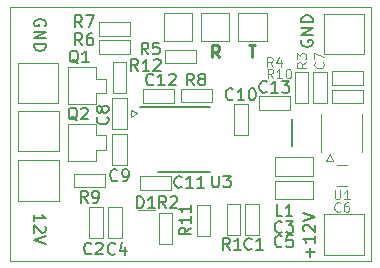
<source format=gbr>
%TF.GenerationSoftware,KiCad,Pcbnew,(7.0.0)*%
%TF.CreationDate,2023-02-17T23:27:00-08:00*%
%TF.ProjectId,seatalk_wifi,73656174-616c-46b5-9f77-6966692e6b69,rev?*%
%TF.SameCoordinates,Original*%
%TF.FileFunction,Legend,Top*%
%TF.FilePolarity,Positive*%
%FSLAX46Y46*%
G04 Gerber Fmt 4.6, Leading zero omitted, Abs format (unit mm)*
G04 Created by KiCad (PCBNEW (7.0.0)) date 2023-02-17 23:27:00*
%MOMM*%
%LPD*%
G01*
G04 APERTURE LIST*
%ADD10C,0.120000*%
%ADD11C,0.150000*%
%ADD12C,0.250000*%
%ADD13C,0.200000*%
G04 APERTURE END LIST*
D10*
X123200000Y-110750000D02*
X123200000Y-89250000D01*
X153750000Y-110750000D02*
X123200000Y-110750000D01*
X153750000Y-89250000D02*
X153750000Y-110750000D01*
X123200000Y-89250000D02*
X153750000Y-89250000D01*
D11*
X125235619Y-107407152D02*
X125235619Y-106835724D01*
X125235619Y-107121438D02*
X126235619Y-107121438D01*
X126235619Y-107121438D02*
X126092761Y-107026200D01*
X126092761Y-107026200D02*
X125997523Y-106930962D01*
X125997523Y-106930962D02*
X125949904Y-106835724D01*
X126140380Y-107788105D02*
X126188000Y-107835724D01*
X126188000Y-107835724D02*
X126235619Y-107930962D01*
X126235619Y-107930962D02*
X126235619Y-108169057D01*
X126235619Y-108169057D02*
X126188000Y-108264295D01*
X126188000Y-108264295D02*
X126140380Y-108311914D01*
X126140380Y-108311914D02*
X126045142Y-108359533D01*
X126045142Y-108359533D02*
X125949904Y-108359533D01*
X125949904Y-108359533D02*
X125807047Y-108311914D01*
X125807047Y-108311914D02*
X125235619Y-107740486D01*
X125235619Y-107740486D02*
X125235619Y-108359533D01*
X126235619Y-108645248D02*
X125235619Y-108978581D01*
X125235619Y-108978581D02*
X126235619Y-109311914D01*
X147915000Y-92061904D02*
X147867380Y-92157142D01*
X147867380Y-92157142D02*
X147867380Y-92299999D01*
X147867380Y-92299999D02*
X147915000Y-92442856D01*
X147915000Y-92442856D02*
X148010238Y-92538094D01*
X148010238Y-92538094D02*
X148105476Y-92585713D01*
X148105476Y-92585713D02*
X148295952Y-92633332D01*
X148295952Y-92633332D02*
X148438809Y-92633332D01*
X148438809Y-92633332D02*
X148629285Y-92585713D01*
X148629285Y-92585713D02*
X148724523Y-92538094D01*
X148724523Y-92538094D02*
X148819761Y-92442856D01*
X148819761Y-92442856D02*
X148867380Y-92299999D01*
X148867380Y-92299999D02*
X148867380Y-92204761D01*
X148867380Y-92204761D02*
X148819761Y-92061904D01*
X148819761Y-92061904D02*
X148772142Y-92014285D01*
X148772142Y-92014285D02*
X148438809Y-92014285D01*
X148438809Y-92014285D02*
X148438809Y-92204761D01*
X148867380Y-91585713D02*
X147867380Y-91585713D01*
X147867380Y-91585713D02*
X148867380Y-91014285D01*
X148867380Y-91014285D02*
X147867380Y-91014285D01*
X148867380Y-90538094D02*
X147867380Y-90538094D01*
X147867380Y-90538094D02*
X147867380Y-90299999D01*
X147867380Y-90299999D02*
X147915000Y-90157142D01*
X147915000Y-90157142D02*
X148010238Y-90061904D01*
X148010238Y-90061904D02*
X148105476Y-90014285D01*
X148105476Y-90014285D02*
X148295952Y-89966666D01*
X148295952Y-89966666D02*
X148438809Y-89966666D01*
X148438809Y-89966666D02*
X148629285Y-90014285D01*
X148629285Y-90014285D02*
X148724523Y-90061904D01*
X148724523Y-90061904D02*
X148819761Y-90157142D01*
X148819761Y-90157142D02*
X148867380Y-90299999D01*
X148867380Y-90299999D02*
X148867380Y-90538094D01*
D12*
X143424286Y-92497380D02*
X143995714Y-92497380D01*
X143710000Y-93497380D02*
X143710000Y-92497380D01*
D11*
X126213400Y-90855895D02*
X126261019Y-90760657D01*
X126261019Y-90760657D02*
X126261019Y-90617800D01*
X126261019Y-90617800D02*
X126213400Y-90474943D01*
X126213400Y-90474943D02*
X126118161Y-90379705D01*
X126118161Y-90379705D02*
X126022923Y-90332086D01*
X126022923Y-90332086D02*
X125832447Y-90284467D01*
X125832447Y-90284467D02*
X125689590Y-90284467D01*
X125689590Y-90284467D02*
X125499114Y-90332086D01*
X125499114Y-90332086D02*
X125403876Y-90379705D01*
X125403876Y-90379705D02*
X125308638Y-90474943D01*
X125308638Y-90474943D02*
X125261019Y-90617800D01*
X125261019Y-90617800D02*
X125261019Y-90713038D01*
X125261019Y-90713038D02*
X125308638Y-90855895D01*
X125308638Y-90855895D02*
X125356257Y-90903514D01*
X125356257Y-90903514D02*
X125689590Y-90903514D01*
X125689590Y-90903514D02*
X125689590Y-90713038D01*
X125261019Y-91332086D02*
X126261019Y-91332086D01*
X126261019Y-91332086D02*
X125261019Y-91903514D01*
X125261019Y-91903514D02*
X126261019Y-91903514D01*
X125261019Y-92379705D02*
X126261019Y-92379705D01*
X126261019Y-92379705D02*
X126261019Y-92617800D01*
X126261019Y-92617800D02*
X126213400Y-92760657D01*
X126213400Y-92760657D02*
X126118161Y-92855895D01*
X126118161Y-92855895D02*
X126022923Y-92903514D01*
X126022923Y-92903514D02*
X125832447Y-92951133D01*
X125832447Y-92951133D02*
X125689590Y-92951133D01*
X125689590Y-92951133D02*
X125499114Y-92903514D01*
X125499114Y-92903514D02*
X125403876Y-92855895D01*
X125403876Y-92855895D02*
X125308638Y-92760657D01*
X125308638Y-92760657D02*
X125261019Y-92617800D01*
X125261019Y-92617800D02*
X125261019Y-92379705D01*
D12*
X140920723Y-93497380D02*
X140587390Y-93021190D01*
X140349295Y-93497380D02*
X140349295Y-92497380D01*
X140349295Y-92497380D02*
X140730247Y-92497380D01*
X140730247Y-92497380D02*
X140825485Y-92545000D01*
X140825485Y-92545000D02*
X140873104Y-92592619D01*
X140873104Y-92592619D02*
X140920723Y-92687857D01*
X140920723Y-92687857D02*
X140920723Y-92830714D01*
X140920723Y-92830714D02*
X140873104Y-92925952D01*
X140873104Y-92925952D02*
X140825485Y-92973571D01*
X140825485Y-92973571D02*
X140730247Y-93021190D01*
X140730247Y-93021190D02*
X140349295Y-93021190D01*
D11*
X148652628Y-110397704D02*
X148652628Y-109635800D01*
X149033580Y-110016752D02*
X148271676Y-110016752D01*
X149033580Y-108635800D02*
X149033580Y-109207228D01*
X149033580Y-108921514D02*
X148033580Y-108921514D01*
X148033580Y-108921514D02*
X148176438Y-109016752D01*
X148176438Y-109016752D02*
X148271676Y-109111990D01*
X148271676Y-109111990D02*
X148319295Y-109207228D01*
X148128819Y-108254847D02*
X148081200Y-108207228D01*
X148081200Y-108207228D02*
X148033580Y-108111990D01*
X148033580Y-108111990D02*
X148033580Y-107873895D01*
X148033580Y-107873895D02*
X148081200Y-107778657D01*
X148081200Y-107778657D02*
X148128819Y-107731038D01*
X148128819Y-107731038D02*
X148224057Y-107683419D01*
X148224057Y-107683419D02*
X148319295Y-107683419D01*
X148319295Y-107683419D02*
X148462152Y-107731038D01*
X148462152Y-107731038D02*
X149033580Y-108302466D01*
X149033580Y-108302466D02*
X149033580Y-107683419D01*
X148033580Y-107397704D02*
X149033580Y-107064371D01*
X149033580Y-107064371D02*
X148033580Y-106731038D01*
D10*
%TO.C,R4*%
X145466667Y-94293904D02*
X145200000Y-93912952D01*
X145009524Y-94293904D02*
X145009524Y-93493904D01*
X145009524Y-93493904D02*
X145314286Y-93493904D01*
X145314286Y-93493904D02*
X145390476Y-93532000D01*
X145390476Y-93532000D02*
X145428571Y-93570095D01*
X145428571Y-93570095D02*
X145466667Y-93646285D01*
X145466667Y-93646285D02*
X145466667Y-93760571D01*
X145466667Y-93760571D02*
X145428571Y-93836761D01*
X145428571Y-93836761D02*
X145390476Y-93874857D01*
X145390476Y-93874857D02*
X145314286Y-93912952D01*
X145314286Y-93912952D02*
X145009524Y-93912952D01*
X146152381Y-93760571D02*
X146152381Y-94293904D01*
X145961905Y-93455809D02*
X145771428Y-94027238D01*
X145771428Y-94027238D02*
X146266667Y-94027238D01*
D11*
%TO.C,D1*%
X133961905Y-106284580D02*
X133961905Y-105284580D01*
X133961905Y-105284580D02*
X134200000Y-105284580D01*
X134200000Y-105284580D02*
X134342857Y-105332200D01*
X134342857Y-105332200D02*
X134438095Y-105427438D01*
X134438095Y-105427438D02*
X134485714Y-105522676D01*
X134485714Y-105522676D02*
X134533333Y-105713152D01*
X134533333Y-105713152D02*
X134533333Y-105856009D01*
X134533333Y-105856009D02*
X134485714Y-106046485D01*
X134485714Y-106046485D02*
X134438095Y-106141723D01*
X134438095Y-106141723D02*
X134342857Y-106236961D01*
X134342857Y-106236961D02*
X134200000Y-106284580D01*
X134200000Y-106284580D02*
X133961905Y-106284580D01*
X135485714Y-106284580D02*
X134914286Y-106284580D01*
X135200000Y-106284580D02*
X135200000Y-105284580D01*
X135200000Y-105284580D02*
X135104762Y-105427438D01*
X135104762Y-105427438D02*
X135009524Y-105522676D01*
X135009524Y-105522676D02*
X134914286Y-105570295D01*
D10*
%TO.C,R10*%
X145485714Y-95293904D02*
X145219047Y-94912952D01*
X145028571Y-95293904D02*
X145028571Y-94493904D01*
X145028571Y-94493904D02*
X145333333Y-94493904D01*
X145333333Y-94493904D02*
X145409523Y-94532000D01*
X145409523Y-94532000D02*
X145447618Y-94570095D01*
X145447618Y-94570095D02*
X145485714Y-94646285D01*
X145485714Y-94646285D02*
X145485714Y-94760571D01*
X145485714Y-94760571D02*
X145447618Y-94836761D01*
X145447618Y-94836761D02*
X145409523Y-94874857D01*
X145409523Y-94874857D02*
X145333333Y-94912952D01*
X145333333Y-94912952D02*
X145028571Y-94912952D01*
X146247618Y-95293904D02*
X145790475Y-95293904D01*
X146019047Y-95293904D02*
X146019047Y-94493904D01*
X146019047Y-94493904D02*
X145942856Y-94608190D01*
X145942856Y-94608190D02*
X145866666Y-94684380D01*
X145866666Y-94684380D02*
X145790475Y-94722476D01*
X146742857Y-94493904D02*
X146819047Y-94493904D01*
X146819047Y-94493904D02*
X146895238Y-94532000D01*
X146895238Y-94532000D02*
X146933333Y-94570095D01*
X146933333Y-94570095D02*
X146971428Y-94646285D01*
X146971428Y-94646285D02*
X147009523Y-94798666D01*
X147009523Y-94798666D02*
X147009523Y-94989142D01*
X147009523Y-94989142D02*
X146971428Y-95141523D01*
X146971428Y-95141523D02*
X146933333Y-95217714D01*
X146933333Y-95217714D02*
X146895238Y-95255809D01*
X146895238Y-95255809D02*
X146819047Y-95293904D01*
X146819047Y-95293904D02*
X146742857Y-95293904D01*
X146742857Y-95293904D02*
X146666666Y-95255809D01*
X146666666Y-95255809D02*
X146628571Y-95217714D01*
X146628571Y-95217714D02*
X146590476Y-95141523D01*
X146590476Y-95141523D02*
X146552380Y-94989142D01*
X146552380Y-94989142D02*
X146552380Y-94798666D01*
X146552380Y-94798666D02*
X146590476Y-94646285D01*
X146590476Y-94646285D02*
X146628571Y-94570095D01*
X146628571Y-94570095D02*
X146666666Y-94532000D01*
X146666666Y-94532000D02*
X146742857Y-94493904D01*
%TO.C,C7*%
X149717714Y-93933332D02*
X149755809Y-93971428D01*
X149755809Y-93971428D02*
X149793904Y-94085713D01*
X149793904Y-94085713D02*
X149793904Y-94161904D01*
X149793904Y-94161904D02*
X149755809Y-94276190D01*
X149755809Y-94276190D02*
X149679619Y-94352380D01*
X149679619Y-94352380D02*
X149603428Y-94390475D01*
X149603428Y-94390475D02*
X149451047Y-94428571D01*
X149451047Y-94428571D02*
X149336761Y-94428571D01*
X149336761Y-94428571D02*
X149184380Y-94390475D01*
X149184380Y-94390475D02*
X149108190Y-94352380D01*
X149108190Y-94352380D02*
X149032000Y-94276190D01*
X149032000Y-94276190D02*
X148993904Y-94161904D01*
X148993904Y-94161904D02*
X148993904Y-94085713D01*
X148993904Y-94085713D02*
X149032000Y-93971428D01*
X149032000Y-93971428D02*
X149070095Y-93933332D01*
X148993904Y-93666666D02*
X148993904Y-93133332D01*
X148993904Y-93133332D02*
X149793904Y-93476190D01*
D11*
%TO.C,L1*%
X146275533Y-106960680D02*
X145799343Y-106960680D01*
X145799343Y-106960680D02*
X145799343Y-105960680D01*
X147132676Y-106960680D02*
X146561248Y-106960680D01*
X146846962Y-106960680D02*
X146846962Y-105960680D01*
X146846962Y-105960680D02*
X146751724Y-106103538D01*
X146751724Y-106103538D02*
X146656486Y-106198776D01*
X146656486Y-106198776D02*
X146561248Y-106246395D01*
%TO.C,C9*%
X132319733Y-103904142D02*
X132272114Y-103951761D01*
X132272114Y-103951761D02*
X132129257Y-103999380D01*
X132129257Y-103999380D02*
X132034019Y-103999380D01*
X132034019Y-103999380D02*
X131891162Y-103951761D01*
X131891162Y-103951761D02*
X131795924Y-103856523D01*
X131795924Y-103856523D02*
X131748305Y-103761285D01*
X131748305Y-103761285D02*
X131700686Y-103570809D01*
X131700686Y-103570809D02*
X131700686Y-103427952D01*
X131700686Y-103427952D02*
X131748305Y-103237476D01*
X131748305Y-103237476D02*
X131795924Y-103142238D01*
X131795924Y-103142238D02*
X131891162Y-103047000D01*
X131891162Y-103047000D02*
X132034019Y-102999380D01*
X132034019Y-102999380D02*
X132129257Y-102999380D01*
X132129257Y-102999380D02*
X132272114Y-103047000D01*
X132272114Y-103047000D02*
X132319733Y-103094619D01*
X132795924Y-103999380D02*
X132986400Y-103999380D01*
X132986400Y-103999380D02*
X133081638Y-103951761D01*
X133081638Y-103951761D02*
X133129257Y-103904142D01*
X133129257Y-103904142D02*
X133224495Y-103761285D01*
X133224495Y-103761285D02*
X133272114Y-103570809D01*
X133272114Y-103570809D02*
X133272114Y-103189857D01*
X133272114Y-103189857D02*
X133224495Y-103094619D01*
X133224495Y-103094619D02*
X133176876Y-103047000D01*
X133176876Y-103047000D02*
X133081638Y-102999380D01*
X133081638Y-102999380D02*
X132891162Y-102999380D01*
X132891162Y-102999380D02*
X132795924Y-103047000D01*
X132795924Y-103047000D02*
X132748305Y-103094619D01*
X132748305Y-103094619D02*
X132700686Y-103189857D01*
X132700686Y-103189857D02*
X132700686Y-103427952D01*
X132700686Y-103427952D02*
X132748305Y-103523190D01*
X132748305Y-103523190D02*
X132795924Y-103570809D01*
X132795924Y-103570809D02*
X132891162Y-103618428D01*
X132891162Y-103618428D02*
X133081638Y-103618428D01*
X133081638Y-103618428D02*
X133176876Y-103570809D01*
X133176876Y-103570809D02*
X133224495Y-103523190D01*
X133224495Y-103523190D02*
X133272114Y-103427952D01*
%TO.C,Q1*%
X129004761Y-94032619D02*
X128909523Y-93985000D01*
X128909523Y-93985000D02*
X128814285Y-93889761D01*
X128814285Y-93889761D02*
X128671428Y-93746904D01*
X128671428Y-93746904D02*
X128576190Y-93699285D01*
X128576190Y-93699285D02*
X128480952Y-93699285D01*
X128528571Y-93937380D02*
X128433333Y-93889761D01*
X128433333Y-93889761D02*
X128338095Y-93794523D01*
X128338095Y-93794523D02*
X128290476Y-93604047D01*
X128290476Y-93604047D02*
X128290476Y-93270714D01*
X128290476Y-93270714D02*
X128338095Y-93080238D01*
X128338095Y-93080238D02*
X128433333Y-92985000D01*
X128433333Y-92985000D02*
X128528571Y-92937380D01*
X128528571Y-92937380D02*
X128719047Y-92937380D01*
X128719047Y-92937380D02*
X128814285Y-92985000D01*
X128814285Y-92985000D02*
X128909523Y-93080238D01*
X128909523Y-93080238D02*
X128957142Y-93270714D01*
X128957142Y-93270714D02*
X128957142Y-93604047D01*
X128957142Y-93604047D02*
X128909523Y-93794523D01*
X128909523Y-93794523D02*
X128814285Y-93889761D01*
X128814285Y-93889761D02*
X128719047Y-93937380D01*
X128719047Y-93937380D02*
X128528571Y-93937380D01*
X129909523Y-93937380D02*
X129338095Y-93937380D01*
X129623809Y-93937380D02*
X129623809Y-92937380D01*
X129623809Y-92937380D02*
X129528571Y-93080238D01*
X129528571Y-93080238D02*
X129433333Y-93175476D01*
X129433333Y-93175476D02*
X129338095Y-93223095D01*
%TO.C,R2*%
X136433333Y-106267380D02*
X136100000Y-105791190D01*
X135861905Y-106267380D02*
X135861905Y-105267380D01*
X135861905Y-105267380D02*
X136242857Y-105267380D01*
X136242857Y-105267380D02*
X136338095Y-105315000D01*
X136338095Y-105315000D02*
X136385714Y-105362619D01*
X136385714Y-105362619D02*
X136433333Y-105457857D01*
X136433333Y-105457857D02*
X136433333Y-105600714D01*
X136433333Y-105600714D02*
X136385714Y-105695952D01*
X136385714Y-105695952D02*
X136338095Y-105743571D01*
X136338095Y-105743571D02*
X136242857Y-105791190D01*
X136242857Y-105791190D02*
X135861905Y-105791190D01*
X136814286Y-105362619D02*
X136861905Y-105315000D01*
X136861905Y-105315000D02*
X136957143Y-105267380D01*
X136957143Y-105267380D02*
X137195238Y-105267380D01*
X137195238Y-105267380D02*
X137290476Y-105315000D01*
X137290476Y-105315000D02*
X137338095Y-105362619D01*
X137338095Y-105362619D02*
X137385714Y-105457857D01*
X137385714Y-105457857D02*
X137385714Y-105553095D01*
X137385714Y-105553095D02*
X137338095Y-105695952D01*
X137338095Y-105695952D02*
X136766667Y-106267380D01*
X136766667Y-106267380D02*
X137385714Y-106267380D01*
%TO.C,C1*%
X143683333Y-109722142D02*
X143635714Y-109769761D01*
X143635714Y-109769761D02*
X143492857Y-109817380D01*
X143492857Y-109817380D02*
X143397619Y-109817380D01*
X143397619Y-109817380D02*
X143254762Y-109769761D01*
X143254762Y-109769761D02*
X143159524Y-109674523D01*
X143159524Y-109674523D02*
X143111905Y-109579285D01*
X143111905Y-109579285D02*
X143064286Y-109388809D01*
X143064286Y-109388809D02*
X143064286Y-109245952D01*
X143064286Y-109245952D02*
X143111905Y-109055476D01*
X143111905Y-109055476D02*
X143159524Y-108960238D01*
X143159524Y-108960238D02*
X143254762Y-108865000D01*
X143254762Y-108865000D02*
X143397619Y-108817380D01*
X143397619Y-108817380D02*
X143492857Y-108817380D01*
X143492857Y-108817380D02*
X143635714Y-108865000D01*
X143635714Y-108865000D02*
X143683333Y-108912619D01*
X144635714Y-109817380D02*
X144064286Y-109817380D01*
X144350000Y-109817380D02*
X144350000Y-108817380D01*
X144350000Y-108817380D02*
X144254762Y-108960238D01*
X144254762Y-108960238D02*
X144159524Y-109055476D01*
X144159524Y-109055476D02*
X144064286Y-109103095D01*
%TO.C,U3*%
X140335095Y-103532780D02*
X140335095Y-104342304D01*
X140335095Y-104342304D02*
X140382714Y-104437542D01*
X140382714Y-104437542D02*
X140430333Y-104485161D01*
X140430333Y-104485161D02*
X140525571Y-104532780D01*
X140525571Y-104532780D02*
X140716047Y-104532780D01*
X140716047Y-104532780D02*
X140811285Y-104485161D01*
X140811285Y-104485161D02*
X140858904Y-104437542D01*
X140858904Y-104437542D02*
X140906523Y-104342304D01*
X140906523Y-104342304D02*
X140906523Y-103532780D01*
X141287476Y-103532780D02*
X141906523Y-103532780D01*
X141906523Y-103532780D02*
X141573190Y-103913733D01*
X141573190Y-103913733D02*
X141716047Y-103913733D01*
X141716047Y-103913733D02*
X141811285Y-103961352D01*
X141811285Y-103961352D02*
X141858904Y-104008971D01*
X141858904Y-104008971D02*
X141906523Y-104104209D01*
X141906523Y-104104209D02*
X141906523Y-104342304D01*
X141906523Y-104342304D02*
X141858904Y-104437542D01*
X141858904Y-104437542D02*
X141811285Y-104485161D01*
X141811285Y-104485161D02*
X141716047Y-104532780D01*
X141716047Y-104532780D02*
X141430333Y-104532780D01*
X141430333Y-104532780D02*
X141335095Y-104485161D01*
X141335095Y-104485161D02*
X141287476Y-104437542D01*
%TO.C,C5*%
X146243333Y-109492142D02*
X146195714Y-109539761D01*
X146195714Y-109539761D02*
X146052857Y-109587380D01*
X146052857Y-109587380D02*
X145957619Y-109587380D01*
X145957619Y-109587380D02*
X145814762Y-109539761D01*
X145814762Y-109539761D02*
X145719524Y-109444523D01*
X145719524Y-109444523D02*
X145671905Y-109349285D01*
X145671905Y-109349285D02*
X145624286Y-109158809D01*
X145624286Y-109158809D02*
X145624286Y-109015952D01*
X145624286Y-109015952D02*
X145671905Y-108825476D01*
X145671905Y-108825476D02*
X145719524Y-108730238D01*
X145719524Y-108730238D02*
X145814762Y-108635000D01*
X145814762Y-108635000D02*
X145957619Y-108587380D01*
X145957619Y-108587380D02*
X146052857Y-108587380D01*
X146052857Y-108587380D02*
X146195714Y-108635000D01*
X146195714Y-108635000D02*
X146243333Y-108682619D01*
X147148095Y-108587380D02*
X146671905Y-108587380D01*
X146671905Y-108587380D02*
X146624286Y-109063571D01*
X146624286Y-109063571D02*
X146671905Y-109015952D01*
X146671905Y-109015952D02*
X146767143Y-108968333D01*
X146767143Y-108968333D02*
X147005238Y-108968333D01*
X147005238Y-108968333D02*
X147100476Y-109015952D01*
X147100476Y-109015952D02*
X147148095Y-109063571D01*
X147148095Y-109063571D02*
X147195714Y-109158809D01*
X147195714Y-109158809D02*
X147195714Y-109396904D01*
X147195714Y-109396904D02*
X147148095Y-109492142D01*
X147148095Y-109492142D02*
X147100476Y-109539761D01*
X147100476Y-109539761D02*
X147005238Y-109587380D01*
X147005238Y-109587380D02*
X146767143Y-109587380D01*
X146767143Y-109587380D02*
X146671905Y-109539761D01*
X146671905Y-109539761D02*
X146624286Y-109492142D01*
%TO.C,R11*%
X138537380Y-107942857D02*
X138061190Y-108276190D01*
X138537380Y-108514285D02*
X137537380Y-108514285D01*
X137537380Y-108514285D02*
X137537380Y-108133333D01*
X137537380Y-108133333D02*
X137585000Y-108038095D01*
X137585000Y-108038095D02*
X137632619Y-107990476D01*
X137632619Y-107990476D02*
X137727857Y-107942857D01*
X137727857Y-107942857D02*
X137870714Y-107942857D01*
X137870714Y-107942857D02*
X137965952Y-107990476D01*
X137965952Y-107990476D02*
X138013571Y-108038095D01*
X138013571Y-108038095D02*
X138061190Y-108133333D01*
X138061190Y-108133333D02*
X138061190Y-108514285D01*
X138537380Y-106990476D02*
X138537380Y-107561904D01*
X138537380Y-107276190D02*
X137537380Y-107276190D01*
X137537380Y-107276190D02*
X137680238Y-107371428D01*
X137680238Y-107371428D02*
X137775476Y-107466666D01*
X137775476Y-107466666D02*
X137823095Y-107561904D01*
X138537380Y-106038095D02*
X138537380Y-106609523D01*
X138537380Y-106323809D02*
X137537380Y-106323809D01*
X137537380Y-106323809D02*
X137680238Y-106419047D01*
X137680238Y-106419047D02*
X137775476Y-106514285D01*
X137775476Y-106514285D02*
X137823095Y-106609523D01*
%TO.C,R8*%
X138796733Y-95896780D02*
X138463400Y-95420590D01*
X138225305Y-95896780D02*
X138225305Y-94896780D01*
X138225305Y-94896780D02*
X138606257Y-94896780D01*
X138606257Y-94896780D02*
X138701495Y-94944400D01*
X138701495Y-94944400D02*
X138749114Y-94992019D01*
X138749114Y-94992019D02*
X138796733Y-95087257D01*
X138796733Y-95087257D02*
X138796733Y-95230114D01*
X138796733Y-95230114D02*
X138749114Y-95325352D01*
X138749114Y-95325352D02*
X138701495Y-95372971D01*
X138701495Y-95372971D02*
X138606257Y-95420590D01*
X138606257Y-95420590D02*
X138225305Y-95420590D01*
X139368162Y-95325352D02*
X139272924Y-95277733D01*
X139272924Y-95277733D02*
X139225305Y-95230114D01*
X139225305Y-95230114D02*
X139177686Y-95134876D01*
X139177686Y-95134876D02*
X139177686Y-95087257D01*
X139177686Y-95087257D02*
X139225305Y-94992019D01*
X139225305Y-94992019D02*
X139272924Y-94944400D01*
X139272924Y-94944400D02*
X139368162Y-94896780D01*
X139368162Y-94896780D02*
X139558638Y-94896780D01*
X139558638Y-94896780D02*
X139653876Y-94944400D01*
X139653876Y-94944400D02*
X139701495Y-94992019D01*
X139701495Y-94992019D02*
X139749114Y-95087257D01*
X139749114Y-95087257D02*
X139749114Y-95134876D01*
X139749114Y-95134876D02*
X139701495Y-95230114D01*
X139701495Y-95230114D02*
X139653876Y-95277733D01*
X139653876Y-95277733D02*
X139558638Y-95325352D01*
X139558638Y-95325352D02*
X139368162Y-95325352D01*
X139368162Y-95325352D02*
X139272924Y-95372971D01*
X139272924Y-95372971D02*
X139225305Y-95420590D01*
X139225305Y-95420590D02*
X139177686Y-95515828D01*
X139177686Y-95515828D02*
X139177686Y-95706304D01*
X139177686Y-95706304D02*
X139225305Y-95801542D01*
X139225305Y-95801542D02*
X139272924Y-95849161D01*
X139272924Y-95849161D02*
X139368162Y-95896780D01*
X139368162Y-95896780D02*
X139558638Y-95896780D01*
X139558638Y-95896780D02*
X139653876Y-95849161D01*
X139653876Y-95849161D02*
X139701495Y-95801542D01*
X139701495Y-95801542D02*
X139749114Y-95706304D01*
X139749114Y-95706304D02*
X139749114Y-95515828D01*
X139749114Y-95515828D02*
X139701495Y-95420590D01*
X139701495Y-95420590D02*
X139653876Y-95372971D01*
X139653876Y-95372971D02*
X139558638Y-95325352D01*
D10*
%TO.C,C6*%
X151186667Y-106514414D02*
X151148571Y-106552509D01*
X151148571Y-106552509D02*
X151034286Y-106590604D01*
X151034286Y-106590604D02*
X150958095Y-106590604D01*
X150958095Y-106590604D02*
X150843809Y-106552509D01*
X150843809Y-106552509D02*
X150767619Y-106476319D01*
X150767619Y-106476319D02*
X150729524Y-106400128D01*
X150729524Y-106400128D02*
X150691428Y-106247747D01*
X150691428Y-106247747D02*
X150691428Y-106133461D01*
X150691428Y-106133461D02*
X150729524Y-105981080D01*
X150729524Y-105981080D02*
X150767619Y-105904890D01*
X150767619Y-105904890D02*
X150843809Y-105828700D01*
X150843809Y-105828700D02*
X150958095Y-105790604D01*
X150958095Y-105790604D02*
X151034286Y-105790604D01*
X151034286Y-105790604D02*
X151148571Y-105828700D01*
X151148571Y-105828700D02*
X151186667Y-105866795D01*
X151872381Y-105790604D02*
X151720000Y-105790604D01*
X151720000Y-105790604D02*
X151643809Y-105828700D01*
X151643809Y-105828700D02*
X151605714Y-105866795D01*
X151605714Y-105866795D02*
X151529524Y-105981080D01*
X151529524Y-105981080D02*
X151491428Y-106133461D01*
X151491428Y-106133461D02*
X151491428Y-106438223D01*
X151491428Y-106438223D02*
X151529524Y-106514414D01*
X151529524Y-106514414D02*
X151567619Y-106552509D01*
X151567619Y-106552509D02*
X151643809Y-106590604D01*
X151643809Y-106590604D02*
X151796190Y-106590604D01*
X151796190Y-106590604D02*
X151872381Y-106552509D01*
X151872381Y-106552509D02*
X151910476Y-106514414D01*
X151910476Y-106514414D02*
X151948571Y-106438223D01*
X151948571Y-106438223D02*
X151948571Y-106247747D01*
X151948571Y-106247747D02*
X151910476Y-106171557D01*
X151910476Y-106171557D02*
X151872381Y-106133461D01*
X151872381Y-106133461D02*
X151796190Y-106095366D01*
X151796190Y-106095366D02*
X151643809Y-106095366D01*
X151643809Y-106095366D02*
X151567619Y-106133461D01*
X151567619Y-106133461D02*
X151529524Y-106171557D01*
X151529524Y-106171557D02*
X151491428Y-106247747D01*
D11*
%TO.C,C13*%
X144957142Y-96412142D02*
X144909523Y-96459761D01*
X144909523Y-96459761D02*
X144766666Y-96507380D01*
X144766666Y-96507380D02*
X144671428Y-96507380D01*
X144671428Y-96507380D02*
X144528571Y-96459761D01*
X144528571Y-96459761D02*
X144433333Y-96364523D01*
X144433333Y-96364523D02*
X144385714Y-96269285D01*
X144385714Y-96269285D02*
X144338095Y-96078809D01*
X144338095Y-96078809D02*
X144338095Y-95935952D01*
X144338095Y-95935952D02*
X144385714Y-95745476D01*
X144385714Y-95745476D02*
X144433333Y-95650238D01*
X144433333Y-95650238D02*
X144528571Y-95555000D01*
X144528571Y-95555000D02*
X144671428Y-95507380D01*
X144671428Y-95507380D02*
X144766666Y-95507380D01*
X144766666Y-95507380D02*
X144909523Y-95555000D01*
X144909523Y-95555000D02*
X144957142Y-95602619D01*
X145909523Y-96507380D02*
X145338095Y-96507380D01*
X145623809Y-96507380D02*
X145623809Y-95507380D01*
X145623809Y-95507380D02*
X145528571Y-95650238D01*
X145528571Y-95650238D02*
X145433333Y-95745476D01*
X145433333Y-95745476D02*
X145338095Y-95793095D01*
X146242857Y-95507380D02*
X146861904Y-95507380D01*
X146861904Y-95507380D02*
X146528571Y-95888333D01*
X146528571Y-95888333D02*
X146671428Y-95888333D01*
X146671428Y-95888333D02*
X146766666Y-95935952D01*
X146766666Y-95935952D02*
X146814285Y-95983571D01*
X146814285Y-95983571D02*
X146861904Y-96078809D01*
X146861904Y-96078809D02*
X146861904Y-96316904D01*
X146861904Y-96316904D02*
X146814285Y-96412142D01*
X146814285Y-96412142D02*
X146766666Y-96459761D01*
X146766666Y-96459761D02*
X146671428Y-96507380D01*
X146671428Y-96507380D02*
X146385714Y-96507380D01*
X146385714Y-96507380D02*
X146290476Y-96459761D01*
X146290476Y-96459761D02*
X146242857Y-96412142D01*
%TO.C,R12*%
X134057142Y-94667380D02*
X133723809Y-94191190D01*
X133485714Y-94667380D02*
X133485714Y-93667380D01*
X133485714Y-93667380D02*
X133866666Y-93667380D01*
X133866666Y-93667380D02*
X133961904Y-93715000D01*
X133961904Y-93715000D02*
X134009523Y-93762619D01*
X134009523Y-93762619D02*
X134057142Y-93857857D01*
X134057142Y-93857857D02*
X134057142Y-94000714D01*
X134057142Y-94000714D02*
X134009523Y-94095952D01*
X134009523Y-94095952D02*
X133961904Y-94143571D01*
X133961904Y-94143571D02*
X133866666Y-94191190D01*
X133866666Y-94191190D02*
X133485714Y-94191190D01*
X135009523Y-94667380D02*
X134438095Y-94667380D01*
X134723809Y-94667380D02*
X134723809Y-93667380D01*
X134723809Y-93667380D02*
X134628571Y-93810238D01*
X134628571Y-93810238D02*
X134533333Y-93905476D01*
X134533333Y-93905476D02*
X134438095Y-93953095D01*
X135390476Y-93762619D02*
X135438095Y-93715000D01*
X135438095Y-93715000D02*
X135533333Y-93667380D01*
X135533333Y-93667380D02*
X135771428Y-93667380D01*
X135771428Y-93667380D02*
X135866666Y-93715000D01*
X135866666Y-93715000D02*
X135914285Y-93762619D01*
X135914285Y-93762619D02*
X135961904Y-93857857D01*
X135961904Y-93857857D02*
X135961904Y-93953095D01*
X135961904Y-93953095D02*
X135914285Y-94095952D01*
X135914285Y-94095952D02*
X135342857Y-94667380D01*
X135342857Y-94667380D02*
X135961904Y-94667380D01*
%TO.C,R6*%
X129333333Y-92491380D02*
X129000000Y-92015190D01*
X128761905Y-92491380D02*
X128761905Y-91491380D01*
X128761905Y-91491380D02*
X129142857Y-91491380D01*
X129142857Y-91491380D02*
X129238095Y-91539000D01*
X129238095Y-91539000D02*
X129285714Y-91586619D01*
X129285714Y-91586619D02*
X129333333Y-91681857D01*
X129333333Y-91681857D02*
X129333333Y-91824714D01*
X129333333Y-91824714D02*
X129285714Y-91919952D01*
X129285714Y-91919952D02*
X129238095Y-91967571D01*
X129238095Y-91967571D02*
X129142857Y-92015190D01*
X129142857Y-92015190D02*
X128761905Y-92015190D01*
X130190476Y-91491380D02*
X130000000Y-91491380D01*
X130000000Y-91491380D02*
X129904762Y-91539000D01*
X129904762Y-91539000D02*
X129857143Y-91586619D01*
X129857143Y-91586619D02*
X129761905Y-91729476D01*
X129761905Y-91729476D02*
X129714286Y-91919952D01*
X129714286Y-91919952D02*
X129714286Y-92300904D01*
X129714286Y-92300904D02*
X129761905Y-92396142D01*
X129761905Y-92396142D02*
X129809524Y-92443761D01*
X129809524Y-92443761D02*
X129904762Y-92491380D01*
X129904762Y-92491380D02*
X130095238Y-92491380D01*
X130095238Y-92491380D02*
X130190476Y-92443761D01*
X130190476Y-92443761D02*
X130238095Y-92396142D01*
X130238095Y-92396142D02*
X130285714Y-92300904D01*
X130285714Y-92300904D02*
X130285714Y-92062809D01*
X130285714Y-92062809D02*
X130238095Y-91967571D01*
X130238095Y-91967571D02*
X130190476Y-91919952D01*
X130190476Y-91919952D02*
X130095238Y-91872333D01*
X130095238Y-91872333D02*
X129904762Y-91872333D01*
X129904762Y-91872333D02*
X129809524Y-91919952D01*
X129809524Y-91919952D02*
X129761905Y-91967571D01*
X129761905Y-91967571D02*
X129714286Y-92062809D01*
%TO.C,C8*%
X131472142Y-98566666D02*
X131519761Y-98614285D01*
X131519761Y-98614285D02*
X131567380Y-98757142D01*
X131567380Y-98757142D02*
X131567380Y-98852380D01*
X131567380Y-98852380D02*
X131519761Y-98995237D01*
X131519761Y-98995237D02*
X131424523Y-99090475D01*
X131424523Y-99090475D02*
X131329285Y-99138094D01*
X131329285Y-99138094D02*
X131138809Y-99185713D01*
X131138809Y-99185713D02*
X130995952Y-99185713D01*
X130995952Y-99185713D02*
X130805476Y-99138094D01*
X130805476Y-99138094D02*
X130710238Y-99090475D01*
X130710238Y-99090475D02*
X130615000Y-98995237D01*
X130615000Y-98995237D02*
X130567380Y-98852380D01*
X130567380Y-98852380D02*
X130567380Y-98757142D01*
X130567380Y-98757142D02*
X130615000Y-98614285D01*
X130615000Y-98614285D02*
X130662619Y-98566666D01*
X130995952Y-97995237D02*
X130948333Y-98090475D01*
X130948333Y-98090475D02*
X130900714Y-98138094D01*
X130900714Y-98138094D02*
X130805476Y-98185713D01*
X130805476Y-98185713D02*
X130757857Y-98185713D01*
X130757857Y-98185713D02*
X130662619Y-98138094D01*
X130662619Y-98138094D02*
X130615000Y-98090475D01*
X130615000Y-98090475D02*
X130567380Y-97995237D01*
X130567380Y-97995237D02*
X130567380Y-97804761D01*
X130567380Y-97804761D02*
X130615000Y-97709523D01*
X130615000Y-97709523D02*
X130662619Y-97661904D01*
X130662619Y-97661904D02*
X130757857Y-97614285D01*
X130757857Y-97614285D02*
X130805476Y-97614285D01*
X130805476Y-97614285D02*
X130900714Y-97661904D01*
X130900714Y-97661904D02*
X130948333Y-97709523D01*
X130948333Y-97709523D02*
X130995952Y-97804761D01*
X130995952Y-97804761D02*
X130995952Y-97995237D01*
X130995952Y-97995237D02*
X131043571Y-98090475D01*
X131043571Y-98090475D02*
X131091190Y-98138094D01*
X131091190Y-98138094D02*
X131186428Y-98185713D01*
X131186428Y-98185713D02*
X131376904Y-98185713D01*
X131376904Y-98185713D02*
X131472142Y-98138094D01*
X131472142Y-98138094D02*
X131519761Y-98090475D01*
X131519761Y-98090475D02*
X131567380Y-97995237D01*
X131567380Y-97995237D02*
X131567380Y-97804761D01*
X131567380Y-97804761D02*
X131519761Y-97709523D01*
X131519761Y-97709523D02*
X131472142Y-97661904D01*
X131472142Y-97661904D02*
X131376904Y-97614285D01*
X131376904Y-97614285D02*
X131186428Y-97614285D01*
X131186428Y-97614285D02*
X131091190Y-97661904D01*
X131091190Y-97661904D02*
X131043571Y-97709523D01*
X131043571Y-97709523D02*
X130995952Y-97804761D01*
%TO.C,C12*%
X135357142Y-95801542D02*
X135309523Y-95849161D01*
X135309523Y-95849161D02*
X135166666Y-95896780D01*
X135166666Y-95896780D02*
X135071428Y-95896780D01*
X135071428Y-95896780D02*
X134928571Y-95849161D01*
X134928571Y-95849161D02*
X134833333Y-95753923D01*
X134833333Y-95753923D02*
X134785714Y-95658685D01*
X134785714Y-95658685D02*
X134738095Y-95468209D01*
X134738095Y-95468209D02*
X134738095Y-95325352D01*
X134738095Y-95325352D02*
X134785714Y-95134876D01*
X134785714Y-95134876D02*
X134833333Y-95039638D01*
X134833333Y-95039638D02*
X134928571Y-94944400D01*
X134928571Y-94944400D02*
X135071428Y-94896780D01*
X135071428Y-94896780D02*
X135166666Y-94896780D01*
X135166666Y-94896780D02*
X135309523Y-94944400D01*
X135309523Y-94944400D02*
X135357142Y-94992019D01*
X136309523Y-95896780D02*
X135738095Y-95896780D01*
X136023809Y-95896780D02*
X136023809Y-94896780D01*
X136023809Y-94896780D02*
X135928571Y-95039638D01*
X135928571Y-95039638D02*
X135833333Y-95134876D01*
X135833333Y-95134876D02*
X135738095Y-95182495D01*
X136690476Y-94992019D02*
X136738095Y-94944400D01*
X136738095Y-94944400D02*
X136833333Y-94896780D01*
X136833333Y-94896780D02*
X137071428Y-94896780D01*
X137071428Y-94896780D02*
X137166666Y-94944400D01*
X137166666Y-94944400D02*
X137214285Y-94992019D01*
X137214285Y-94992019D02*
X137261904Y-95087257D01*
X137261904Y-95087257D02*
X137261904Y-95182495D01*
X137261904Y-95182495D02*
X137214285Y-95325352D01*
X137214285Y-95325352D02*
X136642857Y-95896780D01*
X136642857Y-95896780D02*
X137261904Y-95896780D01*
%TO.C,C11*%
X137757142Y-104472142D02*
X137709523Y-104519761D01*
X137709523Y-104519761D02*
X137566666Y-104567380D01*
X137566666Y-104567380D02*
X137471428Y-104567380D01*
X137471428Y-104567380D02*
X137328571Y-104519761D01*
X137328571Y-104519761D02*
X137233333Y-104424523D01*
X137233333Y-104424523D02*
X137185714Y-104329285D01*
X137185714Y-104329285D02*
X137138095Y-104138809D01*
X137138095Y-104138809D02*
X137138095Y-103995952D01*
X137138095Y-103995952D02*
X137185714Y-103805476D01*
X137185714Y-103805476D02*
X137233333Y-103710238D01*
X137233333Y-103710238D02*
X137328571Y-103615000D01*
X137328571Y-103615000D02*
X137471428Y-103567380D01*
X137471428Y-103567380D02*
X137566666Y-103567380D01*
X137566666Y-103567380D02*
X137709523Y-103615000D01*
X137709523Y-103615000D02*
X137757142Y-103662619D01*
X138709523Y-104567380D02*
X138138095Y-104567380D01*
X138423809Y-104567380D02*
X138423809Y-103567380D01*
X138423809Y-103567380D02*
X138328571Y-103710238D01*
X138328571Y-103710238D02*
X138233333Y-103805476D01*
X138233333Y-103805476D02*
X138138095Y-103853095D01*
X139661904Y-104567380D02*
X139090476Y-104567380D01*
X139376190Y-104567380D02*
X139376190Y-103567380D01*
X139376190Y-103567380D02*
X139280952Y-103710238D01*
X139280952Y-103710238D02*
X139185714Y-103805476D01*
X139185714Y-103805476D02*
X139090476Y-103853095D01*
D10*
%TO.C,U1*%
X150712676Y-104733904D02*
X150712676Y-105381523D01*
X150712676Y-105381523D02*
X150750771Y-105457714D01*
X150750771Y-105457714D02*
X150788866Y-105495809D01*
X150788866Y-105495809D02*
X150865057Y-105533904D01*
X150865057Y-105533904D02*
X151017438Y-105533904D01*
X151017438Y-105533904D02*
X151093628Y-105495809D01*
X151093628Y-105495809D02*
X151131723Y-105457714D01*
X151131723Y-105457714D02*
X151169819Y-105381523D01*
X151169819Y-105381523D02*
X151169819Y-104733904D01*
X151969818Y-105533904D02*
X151512675Y-105533904D01*
X151741247Y-105533904D02*
X151741247Y-104733904D01*
X151741247Y-104733904D02*
X151665056Y-104848190D01*
X151665056Y-104848190D02*
X151588866Y-104924380D01*
X151588866Y-104924380D02*
X151512675Y-104962476D01*
D11*
%TO.C,Q2*%
X128904761Y-98862619D02*
X128809523Y-98815000D01*
X128809523Y-98815000D02*
X128714285Y-98719761D01*
X128714285Y-98719761D02*
X128571428Y-98576904D01*
X128571428Y-98576904D02*
X128476190Y-98529285D01*
X128476190Y-98529285D02*
X128380952Y-98529285D01*
X128428571Y-98767380D02*
X128333333Y-98719761D01*
X128333333Y-98719761D02*
X128238095Y-98624523D01*
X128238095Y-98624523D02*
X128190476Y-98434047D01*
X128190476Y-98434047D02*
X128190476Y-98100714D01*
X128190476Y-98100714D02*
X128238095Y-97910238D01*
X128238095Y-97910238D02*
X128333333Y-97815000D01*
X128333333Y-97815000D02*
X128428571Y-97767380D01*
X128428571Y-97767380D02*
X128619047Y-97767380D01*
X128619047Y-97767380D02*
X128714285Y-97815000D01*
X128714285Y-97815000D02*
X128809523Y-97910238D01*
X128809523Y-97910238D02*
X128857142Y-98100714D01*
X128857142Y-98100714D02*
X128857142Y-98434047D01*
X128857142Y-98434047D02*
X128809523Y-98624523D01*
X128809523Y-98624523D02*
X128714285Y-98719761D01*
X128714285Y-98719761D02*
X128619047Y-98767380D01*
X128619047Y-98767380D02*
X128428571Y-98767380D01*
X129238095Y-97862619D02*
X129285714Y-97815000D01*
X129285714Y-97815000D02*
X129380952Y-97767380D01*
X129380952Y-97767380D02*
X129619047Y-97767380D01*
X129619047Y-97767380D02*
X129714285Y-97815000D01*
X129714285Y-97815000D02*
X129761904Y-97862619D01*
X129761904Y-97862619D02*
X129809523Y-97957857D01*
X129809523Y-97957857D02*
X129809523Y-98053095D01*
X129809523Y-98053095D02*
X129761904Y-98195952D01*
X129761904Y-98195952D02*
X129190476Y-98767380D01*
X129190476Y-98767380D02*
X129809523Y-98767380D01*
%TO.C,C2*%
X130109933Y-110101742D02*
X130062314Y-110149361D01*
X130062314Y-110149361D02*
X129919457Y-110196980D01*
X129919457Y-110196980D02*
X129824219Y-110196980D01*
X129824219Y-110196980D02*
X129681362Y-110149361D01*
X129681362Y-110149361D02*
X129586124Y-110054123D01*
X129586124Y-110054123D02*
X129538505Y-109958885D01*
X129538505Y-109958885D02*
X129490886Y-109768409D01*
X129490886Y-109768409D02*
X129490886Y-109625552D01*
X129490886Y-109625552D02*
X129538505Y-109435076D01*
X129538505Y-109435076D02*
X129586124Y-109339838D01*
X129586124Y-109339838D02*
X129681362Y-109244600D01*
X129681362Y-109244600D02*
X129824219Y-109196980D01*
X129824219Y-109196980D02*
X129919457Y-109196980D01*
X129919457Y-109196980D02*
X130062314Y-109244600D01*
X130062314Y-109244600D02*
X130109933Y-109292219D01*
X130490886Y-109292219D02*
X130538505Y-109244600D01*
X130538505Y-109244600D02*
X130633743Y-109196980D01*
X130633743Y-109196980D02*
X130871838Y-109196980D01*
X130871838Y-109196980D02*
X130967076Y-109244600D01*
X130967076Y-109244600D02*
X131014695Y-109292219D01*
X131014695Y-109292219D02*
X131062314Y-109387457D01*
X131062314Y-109387457D02*
X131062314Y-109482695D01*
X131062314Y-109482695D02*
X131014695Y-109625552D01*
X131014695Y-109625552D02*
X130443267Y-110196980D01*
X130443267Y-110196980D02*
X131062314Y-110196980D01*
%TO.C,C4*%
X132116533Y-110127142D02*
X132068914Y-110174761D01*
X132068914Y-110174761D02*
X131926057Y-110222380D01*
X131926057Y-110222380D02*
X131830819Y-110222380D01*
X131830819Y-110222380D02*
X131687962Y-110174761D01*
X131687962Y-110174761D02*
X131592724Y-110079523D01*
X131592724Y-110079523D02*
X131545105Y-109984285D01*
X131545105Y-109984285D02*
X131497486Y-109793809D01*
X131497486Y-109793809D02*
X131497486Y-109650952D01*
X131497486Y-109650952D02*
X131545105Y-109460476D01*
X131545105Y-109460476D02*
X131592724Y-109365238D01*
X131592724Y-109365238D02*
X131687962Y-109270000D01*
X131687962Y-109270000D02*
X131830819Y-109222380D01*
X131830819Y-109222380D02*
X131926057Y-109222380D01*
X131926057Y-109222380D02*
X132068914Y-109270000D01*
X132068914Y-109270000D02*
X132116533Y-109317619D01*
X132973676Y-109555714D02*
X132973676Y-110222380D01*
X132735581Y-109174761D02*
X132497486Y-109889047D01*
X132497486Y-109889047D02*
X133116533Y-109889047D01*
D10*
%TO.C,R3*%
X148293904Y-93933332D02*
X147912952Y-94199999D01*
X148293904Y-94390475D02*
X147493904Y-94390475D01*
X147493904Y-94390475D02*
X147493904Y-94085713D01*
X147493904Y-94085713D02*
X147532000Y-94009523D01*
X147532000Y-94009523D02*
X147570095Y-93971428D01*
X147570095Y-93971428D02*
X147646285Y-93933332D01*
X147646285Y-93933332D02*
X147760571Y-93933332D01*
X147760571Y-93933332D02*
X147836761Y-93971428D01*
X147836761Y-93971428D02*
X147874857Y-94009523D01*
X147874857Y-94009523D02*
X147912952Y-94085713D01*
X147912952Y-94085713D02*
X147912952Y-94390475D01*
X147493904Y-93666666D02*
X147493904Y-93171428D01*
X147493904Y-93171428D02*
X147798666Y-93438094D01*
X147798666Y-93438094D02*
X147798666Y-93323809D01*
X147798666Y-93323809D02*
X147836761Y-93247618D01*
X147836761Y-93247618D02*
X147874857Y-93209523D01*
X147874857Y-93209523D02*
X147951047Y-93171428D01*
X147951047Y-93171428D02*
X148141523Y-93171428D01*
X148141523Y-93171428D02*
X148217714Y-93209523D01*
X148217714Y-93209523D02*
X148255809Y-93247618D01*
X148255809Y-93247618D02*
X148293904Y-93323809D01*
X148293904Y-93323809D02*
X148293904Y-93552380D01*
X148293904Y-93552380D02*
X148255809Y-93628571D01*
X148255809Y-93628571D02*
X148217714Y-93666666D01*
D11*
%TO.C,R7*%
X129307933Y-90967380D02*
X128974600Y-90491190D01*
X128736505Y-90967380D02*
X128736505Y-89967380D01*
X128736505Y-89967380D02*
X129117457Y-89967380D01*
X129117457Y-89967380D02*
X129212695Y-90015000D01*
X129212695Y-90015000D02*
X129260314Y-90062619D01*
X129260314Y-90062619D02*
X129307933Y-90157857D01*
X129307933Y-90157857D02*
X129307933Y-90300714D01*
X129307933Y-90300714D02*
X129260314Y-90395952D01*
X129260314Y-90395952D02*
X129212695Y-90443571D01*
X129212695Y-90443571D02*
X129117457Y-90491190D01*
X129117457Y-90491190D02*
X128736505Y-90491190D01*
X129641267Y-89967380D02*
X130307933Y-89967380D01*
X130307933Y-89967380D02*
X129879362Y-90967380D01*
%TO.C,C10*%
X142105142Y-97046142D02*
X142057523Y-97093761D01*
X142057523Y-97093761D02*
X141914666Y-97141380D01*
X141914666Y-97141380D02*
X141819428Y-97141380D01*
X141819428Y-97141380D02*
X141676571Y-97093761D01*
X141676571Y-97093761D02*
X141581333Y-96998523D01*
X141581333Y-96998523D02*
X141533714Y-96903285D01*
X141533714Y-96903285D02*
X141486095Y-96712809D01*
X141486095Y-96712809D02*
X141486095Y-96569952D01*
X141486095Y-96569952D02*
X141533714Y-96379476D01*
X141533714Y-96379476D02*
X141581333Y-96284238D01*
X141581333Y-96284238D02*
X141676571Y-96189000D01*
X141676571Y-96189000D02*
X141819428Y-96141380D01*
X141819428Y-96141380D02*
X141914666Y-96141380D01*
X141914666Y-96141380D02*
X142057523Y-96189000D01*
X142057523Y-96189000D02*
X142105142Y-96236619D01*
X143057523Y-97141380D02*
X142486095Y-97141380D01*
X142771809Y-97141380D02*
X142771809Y-96141380D01*
X142771809Y-96141380D02*
X142676571Y-96284238D01*
X142676571Y-96284238D02*
X142581333Y-96379476D01*
X142581333Y-96379476D02*
X142486095Y-96427095D01*
X143676571Y-96141380D02*
X143771809Y-96141380D01*
X143771809Y-96141380D02*
X143867047Y-96189000D01*
X143867047Y-96189000D02*
X143914666Y-96236619D01*
X143914666Y-96236619D02*
X143962285Y-96331857D01*
X143962285Y-96331857D02*
X144009904Y-96522333D01*
X144009904Y-96522333D02*
X144009904Y-96760428D01*
X144009904Y-96760428D02*
X143962285Y-96950904D01*
X143962285Y-96950904D02*
X143914666Y-97046142D01*
X143914666Y-97046142D02*
X143867047Y-97093761D01*
X143867047Y-97093761D02*
X143771809Y-97141380D01*
X143771809Y-97141380D02*
X143676571Y-97141380D01*
X143676571Y-97141380D02*
X143581333Y-97093761D01*
X143581333Y-97093761D02*
X143533714Y-97046142D01*
X143533714Y-97046142D02*
X143486095Y-96950904D01*
X143486095Y-96950904D02*
X143438476Y-96760428D01*
X143438476Y-96760428D02*
X143438476Y-96522333D01*
X143438476Y-96522333D02*
X143486095Y-96331857D01*
X143486095Y-96331857D02*
X143533714Y-96236619D01*
X143533714Y-96236619D02*
X143581333Y-96189000D01*
X143581333Y-96189000D02*
X143676571Y-96141380D01*
%TO.C,R1*%
X141833333Y-109817380D02*
X141500000Y-109341190D01*
X141261905Y-109817380D02*
X141261905Y-108817380D01*
X141261905Y-108817380D02*
X141642857Y-108817380D01*
X141642857Y-108817380D02*
X141738095Y-108865000D01*
X141738095Y-108865000D02*
X141785714Y-108912619D01*
X141785714Y-108912619D02*
X141833333Y-109007857D01*
X141833333Y-109007857D02*
X141833333Y-109150714D01*
X141833333Y-109150714D02*
X141785714Y-109245952D01*
X141785714Y-109245952D02*
X141738095Y-109293571D01*
X141738095Y-109293571D02*
X141642857Y-109341190D01*
X141642857Y-109341190D02*
X141261905Y-109341190D01*
X142785714Y-109817380D02*
X142214286Y-109817380D01*
X142500000Y-109817380D02*
X142500000Y-108817380D01*
X142500000Y-108817380D02*
X142404762Y-108960238D01*
X142404762Y-108960238D02*
X142309524Y-109055476D01*
X142309524Y-109055476D02*
X142214286Y-109103095D01*
%TO.C,R9*%
X129793333Y-105817380D02*
X129460000Y-105341190D01*
X129221905Y-105817380D02*
X129221905Y-104817380D01*
X129221905Y-104817380D02*
X129602857Y-104817380D01*
X129602857Y-104817380D02*
X129698095Y-104865000D01*
X129698095Y-104865000D02*
X129745714Y-104912619D01*
X129745714Y-104912619D02*
X129793333Y-105007857D01*
X129793333Y-105007857D02*
X129793333Y-105150714D01*
X129793333Y-105150714D02*
X129745714Y-105245952D01*
X129745714Y-105245952D02*
X129698095Y-105293571D01*
X129698095Y-105293571D02*
X129602857Y-105341190D01*
X129602857Y-105341190D02*
X129221905Y-105341190D01*
X130269524Y-105817380D02*
X130460000Y-105817380D01*
X130460000Y-105817380D02*
X130555238Y-105769761D01*
X130555238Y-105769761D02*
X130602857Y-105722142D01*
X130602857Y-105722142D02*
X130698095Y-105579285D01*
X130698095Y-105579285D02*
X130745714Y-105388809D01*
X130745714Y-105388809D02*
X130745714Y-105007857D01*
X130745714Y-105007857D02*
X130698095Y-104912619D01*
X130698095Y-104912619D02*
X130650476Y-104865000D01*
X130650476Y-104865000D02*
X130555238Y-104817380D01*
X130555238Y-104817380D02*
X130364762Y-104817380D01*
X130364762Y-104817380D02*
X130269524Y-104865000D01*
X130269524Y-104865000D02*
X130221905Y-104912619D01*
X130221905Y-104912619D02*
X130174286Y-105007857D01*
X130174286Y-105007857D02*
X130174286Y-105245952D01*
X130174286Y-105245952D02*
X130221905Y-105341190D01*
X130221905Y-105341190D02*
X130269524Y-105388809D01*
X130269524Y-105388809D02*
X130364762Y-105436428D01*
X130364762Y-105436428D02*
X130555238Y-105436428D01*
X130555238Y-105436428D02*
X130650476Y-105388809D01*
X130650476Y-105388809D02*
X130698095Y-105341190D01*
X130698095Y-105341190D02*
X130745714Y-105245952D01*
%TO.C,C3*%
X146253333Y-108272142D02*
X146205714Y-108319761D01*
X146205714Y-108319761D02*
X146062857Y-108367380D01*
X146062857Y-108367380D02*
X145967619Y-108367380D01*
X145967619Y-108367380D02*
X145824762Y-108319761D01*
X145824762Y-108319761D02*
X145729524Y-108224523D01*
X145729524Y-108224523D02*
X145681905Y-108129285D01*
X145681905Y-108129285D02*
X145634286Y-107938809D01*
X145634286Y-107938809D02*
X145634286Y-107795952D01*
X145634286Y-107795952D02*
X145681905Y-107605476D01*
X145681905Y-107605476D02*
X145729524Y-107510238D01*
X145729524Y-107510238D02*
X145824762Y-107415000D01*
X145824762Y-107415000D02*
X145967619Y-107367380D01*
X145967619Y-107367380D02*
X146062857Y-107367380D01*
X146062857Y-107367380D02*
X146205714Y-107415000D01*
X146205714Y-107415000D02*
X146253333Y-107462619D01*
X146586667Y-107367380D02*
X147205714Y-107367380D01*
X147205714Y-107367380D02*
X146872381Y-107748333D01*
X146872381Y-107748333D02*
X147015238Y-107748333D01*
X147015238Y-107748333D02*
X147110476Y-107795952D01*
X147110476Y-107795952D02*
X147158095Y-107843571D01*
X147158095Y-107843571D02*
X147205714Y-107938809D01*
X147205714Y-107938809D02*
X147205714Y-108176904D01*
X147205714Y-108176904D02*
X147158095Y-108272142D01*
X147158095Y-108272142D02*
X147110476Y-108319761D01*
X147110476Y-108319761D02*
X147015238Y-108367380D01*
X147015238Y-108367380D02*
X146729524Y-108367380D01*
X146729524Y-108367380D02*
X146634286Y-108319761D01*
X146634286Y-108319761D02*
X146586667Y-108272142D01*
%TO.C,R5*%
X134933333Y-93267380D02*
X134600000Y-92791190D01*
X134361905Y-93267380D02*
X134361905Y-92267380D01*
X134361905Y-92267380D02*
X134742857Y-92267380D01*
X134742857Y-92267380D02*
X134838095Y-92315000D01*
X134838095Y-92315000D02*
X134885714Y-92362619D01*
X134885714Y-92362619D02*
X134933333Y-92457857D01*
X134933333Y-92457857D02*
X134933333Y-92600714D01*
X134933333Y-92600714D02*
X134885714Y-92695952D01*
X134885714Y-92695952D02*
X134838095Y-92743571D01*
X134838095Y-92743571D02*
X134742857Y-92791190D01*
X134742857Y-92791190D02*
X134361905Y-92791190D01*
X135838095Y-92267380D02*
X135361905Y-92267380D01*
X135361905Y-92267380D02*
X135314286Y-92743571D01*
X135314286Y-92743571D02*
X135361905Y-92695952D01*
X135361905Y-92695952D02*
X135457143Y-92648333D01*
X135457143Y-92648333D02*
X135695238Y-92648333D01*
X135695238Y-92648333D02*
X135790476Y-92695952D01*
X135790476Y-92695952D02*
X135838095Y-92743571D01*
X135838095Y-92743571D02*
X135885714Y-92838809D01*
X135885714Y-92838809D02*
X135885714Y-93076904D01*
X135885714Y-93076904D02*
X135838095Y-93172142D01*
X135838095Y-93172142D02*
X135790476Y-93219761D01*
X135790476Y-93219761D02*
X135695238Y-93267380D01*
X135695238Y-93267380D02*
X135457143Y-93267380D01*
X135457143Y-93267380D02*
X135361905Y-93219761D01*
X135361905Y-93219761D02*
X135314286Y-93172142D01*
D10*
%TO.C,R4*%
X150490000Y-94690000D02*
X153110000Y-94690000D01*
X153110000Y-94690000D02*
X153110000Y-95820000D01*
X153110000Y-95820000D02*
X150490000Y-95820000D01*
X150490000Y-95820000D02*
X150490000Y-94690000D01*
%TO.C,D1*%
X134038000Y-106476000D02*
X135508000Y-106476000D01*
%TO.C,R10*%
X153110000Y-97370000D02*
X150490000Y-97370000D01*
X150490000Y-97370000D02*
X150490000Y-96240000D01*
X150490000Y-96240000D02*
X153110000Y-96240000D01*
X153110000Y-96240000D02*
X153110000Y-97370000D01*
%TO.C,C7*%
X148900000Y-97340000D02*
X150100000Y-97340000D01*
X150100000Y-97340000D02*
X150100000Y-94740000D01*
X150100000Y-94740000D02*
X148900000Y-94740000D01*
X148900000Y-94740000D02*
X148900000Y-97340000D01*
D13*
%TO.C,L1*%
X147102200Y-98763300D02*
X147102200Y-101063300D01*
D10*
%TO.C,C9*%
X133086400Y-100020500D02*
X131886400Y-100020500D01*
X131886400Y-100020500D02*
X131886400Y-102620500D01*
X131886400Y-102620500D02*
X133086400Y-102620500D01*
X133086400Y-102620500D02*
X133086400Y-100020500D01*
%TO.C,MK5*%
X123928400Y-98071200D02*
X127328400Y-98071200D01*
X123928400Y-101471200D02*
X123928400Y-98071200D01*
X127328400Y-98071200D02*
X127328400Y-101471200D01*
X127328400Y-101471200D02*
X123928400Y-101471200D01*
%TO.C,Q1*%
X128168600Y-94330400D02*
X128168600Y-97490400D01*
X130528600Y-94330400D02*
X128168600Y-94330400D01*
X130528600Y-94330400D02*
X130528600Y-95310400D01*
X130528600Y-95310400D02*
X131368600Y-95310400D01*
X130528600Y-97490400D02*
X128168600Y-97490400D01*
X130528600Y-97490400D02*
X130528600Y-96510400D01*
X131368600Y-95310400D02*
X131368600Y-96510400D01*
X131368600Y-96510400D02*
X130528600Y-96510400D01*
%TO.C,R2*%
X136960000Y-106690000D02*
X135830000Y-106690000D01*
X135830000Y-106690000D02*
X135830000Y-109310000D01*
X135830000Y-109310000D02*
X136960000Y-109310000D01*
X136960000Y-109310000D02*
X136960000Y-106690000D01*
%TO.C,MK8*%
X123877600Y-93956400D02*
X127277600Y-93956400D01*
X123877600Y-97356400D02*
X123877600Y-93956400D01*
X127277600Y-93956400D02*
X127277600Y-97356400D01*
X127277600Y-97356400D02*
X123877600Y-97356400D01*
%TO.C,C1*%
X143100000Y-108550000D02*
X144300000Y-108550000D01*
X144300000Y-108550000D02*
X144300000Y-105950000D01*
X144300000Y-105950000D02*
X143100000Y-105950000D01*
X143100000Y-105950000D02*
X143100000Y-108550000D01*
%TO.C,U3*%
X133472800Y-97933200D02*
X133472800Y-98533200D01*
X133472800Y-98533200D02*
X133972800Y-98233200D01*
X133972800Y-98233200D02*
X133472800Y-97933200D01*
D11*
X134197800Y-97733200D02*
X140172800Y-97733200D01*
X135772800Y-103258200D02*
X140172800Y-103258200D01*
D10*
%TO.C,C5*%
X145670000Y-103950000D02*
X148870000Y-103950000D01*
X148870000Y-103950000D02*
X148870000Y-105550000D01*
X148870000Y-105550000D02*
X145670000Y-105550000D01*
X145670000Y-105550000D02*
X145670000Y-103950000D01*
%TO.C,R11*%
X139040000Y-108610000D02*
X140170000Y-108610000D01*
X140170000Y-108610000D02*
X140170000Y-105990000D01*
X140170000Y-105990000D02*
X139040000Y-105990000D01*
X139040000Y-105990000D02*
X139040000Y-108610000D01*
%TO.C,R8*%
X140298800Y-97334000D02*
X137678800Y-97334000D01*
X137678800Y-97334000D02*
X137678800Y-96204000D01*
X137678800Y-96204000D02*
X140298800Y-96204000D01*
X140298800Y-96204000D02*
X140298800Y-97334000D01*
%TO.C,C6*%
X151778200Y-104424000D02*
X150868200Y-104424000D01*
X151778200Y-102604000D02*
X150868200Y-102604000D01*
%TO.C,C13*%
X146900000Y-98010000D02*
X144300000Y-98010000D01*
X144300000Y-98010000D02*
X144300000Y-96810000D01*
X144300000Y-96810000D02*
X146900000Y-96810000D01*
X146900000Y-96810000D02*
X146900000Y-98010000D01*
%TO.C,R12*%
X131940000Y-96510000D02*
X133070000Y-96510000D01*
X133070000Y-96510000D02*
X133070000Y-93890000D01*
X133070000Y-93890000D02*
X131940000Y-93890000D01*
X131940000Y-93890000D02*
X131940000Y-96510000D01*
%TO.C,R6*%
X133339200Y-93219200D02*
X130719200Y-93219200D01*
X130719200Y-93219200D02*
X130719200Y-92089200D01*
X130719200Y-92089200D02*
X133339200Y-92089200D01*
X133339200Y-92089200D02*
X133339200Y-93219200D01*
%TO.C,C8*%
X133086400Y-96972600D02*
X131886400Y-96972600D01*
X131886400Y-96972600D02*
X131886400Y-99572600D01*
X131886400Y-99572600D02*
X133086400Y-99572600D01*
X133086400Y-99572600D02*
X133086400Y-96972600D01*
%TO.C,C12*%
X137113800Y-97374000D02*
X134513800Y-97374000D01*
X134513800Y-97374000D02*
X134513800Y-96174000D01*
X134513800Y-96174000D02*
X137113800Y-96174000D01*
X137113800Y-96174000D02*
X137113800Y-97374000D01*
%TO.C,C11*%
X136809000Y-104740000D02*
X134209000Y-104740000D01*
X134209000Y-104740000D02*
X134209000Y-103540000D01*
X134209000Y-103540000D02*
X136809000Y-103540000D01*
X136809000Y-103540000D02*
X136809000Y-104740000D01*
%TO.C,U1*%
X149990000Y-102310000D02*
X150290000Y-101710000D01*
X150590000Y-102310000D02*
X149990000Y-102310000D01*
X150290000Y-101710000D02*
X150590000Y-102310000D01*
X152990000Y-101510000D02*
X152990000Y-98310000D01*
X149590000Y-98310000D02*
X149590000Y-101510000D01*
%TO.C,Q2*%
X128168600Y-99140000D02*
X128168600Y-102300000D01*
X130528600Y-99140000D02*
X128168600Y-99140000D01*
X130528600Y-99140000D02*
X130528600Y-100120000D01*
X130528600Y-100120000D02*
X131368600Y-100120000D01*
X130528600Y-102300000D02*
X128168600Y-102300000D01*
X130528600Y-102300000D02*
X130528600Y-101320000D01*
X131368600Y-100120000D02*
X131368600Y-101320000D01*
X131368600Y-101320000D02*
X130528600Y-101320000D01*
%TO.C,MK4*%
X139392000Y-89732000D02*
X141792000Y-89732000D01*
X139392000Y-92132000D02*
X139392000Y-89732000D01*
X141792000Y-89732000D02*
X141792000Y-92132000D01*
X141792000Y-92132000D02*
X139392000Y-92132000D01*
%TO.C,C2*%
X131105200Y-106192800D02*
X129905200Y-106192800D01*
X129905200Y-106192800D02*
X129905200Y-108792800D01*
X129905200Y-108792800D02*
X131105200Y-108792800D01*
X131105200Y-108792800D02*
X131105200Y-106192800D01*
%TO.C,C4*%
X132680000Y-106192800D02*
X131480000Y-106192800D01*
X131480000Y-106192800D02*
X131480000Y-108792800D01*
X131480000Y-108792800D02*
X132680000Y-108792800D01*
X132680000Y-108792800D02*
X132680000Y-106192800D01*
%TO.C,R3*%
X147340000Y-97350000D02*
X148470000Y-97350000D01*
X148470000Y-97350000D02*
X148470000Y-94730000D01*
X148470000Y-94730000D02*
X147340000Y-94730000D01*
X147340000Y-94730000D02*
X147340000Y-97350000D01*
%TO.C,R7*%
X133339200Y-91695200D02*
X130719200Y-91695200D01*
X130719200Y-91695200D02*
X130719200Y-90565200D01*
X130719200Y-90565200D02*
X133339200Y-90565200D01*
X133339200Y-90565200D02*
X133339200Y-91695200D01*
%TO.C,C10*%
X143348000Y-97480600D02*
X142148000Y-97480600D01*
X142148000Y-97480600D02*
X142148000Y-100080600D01*
X142148000Y-100080600D02*
X143348000Y-100080600D01*
X143348000Y-100080600D02*
X143348000Y-97480600D01*
%TO.C,MK1*%
X149820000Y-106810000D02*
X153220000Y-106810000D01*
X149820000Y-110210000D02*
X149820000Y-106810000D01*
X153220000Y-106810000D02*
X153220000Y-110210000D01*
X153220000Y-110210000D02*
X149820000Y-110210000D01*
%TO.C,MK2*%
X149800000Y-89840000D02*
X153200000Y-89840000D01*
X149800000Y-93240000D02*
X149800000Y-89840000D01*
X153200000Y-89840000D02*
X153200000Y-93240000D01*
X153200000Y-93240000D02*
X149800000Y-93240000D01*
%TO.C,MK7*%
X123928400Y-102236800D02*
X127328400Y-102236800D01*
X123928400Y-105636800D02*
X123928400Y-102236800D01*
X127328400Y-102236800D02*
X127328400Y-105636800D01*
X127328400Y-105636800D02*
X123928400Y-105636800D01*
%TO.C,MK3*%
X142542000Y-89732000D02*
X144942000Y-89732000D01*
X142542000Y-92132000D02*
X142542000Y-89732000D01*
X144942000Y-89732000D02*
X144942000Y-92132000D01*
X144942000Y-92132000D02*
X142542000Y-92132000D01*
%TO.C,R1*%
X142710000Y-105940000D02*
X141580000Y-105940000D01*
X141580000Y-105940000D02*
X141580000Y-108560000D01*
X141580000Y-108560000D02*
X142710000Y-108560000D01*
X142710000Y-108560000D02*
X142710000Y-105940000D01*
%TO.C,R9*%
X131280000Y-104500000D02*
X128660000Y-104500000D01*
X128660000Y-104500000D02*
X128660000Y-103370000D01*
X128660000Y-103370000D02*
X131280000Y-103370000D01*
X131280000Y-103370000D02*
X131280000Y-104500000D01*
%TO.C,MK6*%
X136264800Y-89732000D02*
X138664800Y-89732000D01*
X136264800Y-92132000D02*
X136264800Y-89732000D01*
X138664800Y-89732000D02*
X138664800Y-92132000D01*
X138664800Y-92132000D02*
X136264800Y-92132000D01*
%TO.C,C3*%
X145670000Y-101980000D02*
X148870000Y-101980000D01*
X148870000Y-101980000D02*
X148870000Y-103580000D01*
X148870000Y-103580000D02*
X145670000Y-103580000D01*
X145670000Y-103580000D02*
X145670000Y-101980000D01*
%TO.C,R5*%
X139003400Y-94032000D02*
X136383400Y-94032000D01*
X136383400Y-94032000D02*
X136383400Y-92902000D01*
X136383400Y-92902000D02*
X139003400Y-92902000D01*
X139003400Y-92902000D02*
X139003400Y-94032000D01*
%TD*%
M02*

</source>
